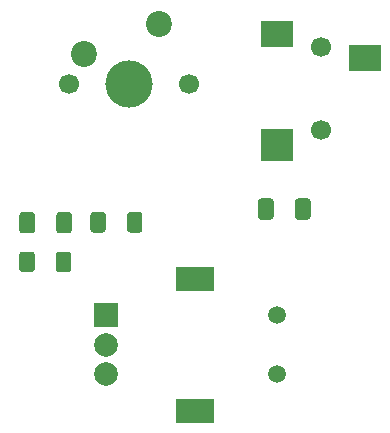
<source format=gbr>
%TF.GenerationSoftware,KiCad,Pcbnew,(5.1.7)-1*%
%TF.CreationDate,2020-10-31T04:10:28-07:00*%
%TF.ProjectId,daughter_board,64617567-6874-4657-925f-626f6172642e,rev?*%
%TF.SameCoordinates,Original*%
%TF.FileFunction,Soldermask,Top*%
%TF.FilePolarity,Negative*%
%FSLAX46Y46*%
G04 Gerber Fmt 4.6, Leading zero omitted, Abs format (unit mm)*
G04 Created by KiCad (PCBNEW (5.1.7)-1) date 2020-10-31 04:10:28*
%MOMM*%
%LPD*%
G01*
G04 APERTURE LIST*
%ADD10R,2.800000X2.200000*%
%ADD11R,2.800000X2.800000*%
%ADD12C,1.700000*%
%ADD13C,2.200000*%
%ADD14C,4.000000*%
%ADD15C,1.500000*%
%ADD16R,3.200000X2.000000*%
%ADD17C,2.000000*%
%ADD18R,2.000000X2.000000*%
G04 APERTURE END LIST*
%TO.C,C1*%
G36*
G01*
X128550001Y-91875002D02*
X128550001Y-90575000D01*
G75*
G02*
X128800000Y-90325001I249999J0D01*
G01*
X129625002Y-90325001D01*
G75*
G02*
X129875001Y-90575000I0J-249999D01*
G01*
X129875001Y-91875002D01*
G75*
G02*
X129625002Y-92125001I-249999J0D01*
G01*
X128800000Y-92125001D01*
G75*
G02*
X128550001Y-91875002I0J249999D01*
G01*
G37*
G36*
G01*
X131675001Y-91875002D02*
X131675001Y-90575000D01*
G75*
G02*
X131925000Y-90325001I249999J0D01*
G01*
X132750002Y-90325001D01*
G75*
G02*
X133000001Y-90575000I0J-249999D01*
G01*
X133000001Y-91875002D01*
G75*
G02*
X132750002Y-92125001I-249999J0D01*
G01*
X131925000Y-92125001D01*
G75*
G02*
X131675001Y-91875002I0J249999D01*
G01*
G37*
%TD*%
%TO.C,C2*%
G36*
G01*
X151875001Y-90725002D02*
X151875001Y-89425000D01*
G75*
G02*
X152125000Y-89175001I249999J0D01*
G01*
X152950002Y-89175001D01*
G75*
G02*
X153200001Y-89425000I0J-249999D01*
G01*
X153200001Y-90725002D01*
G75*
G02*
X152950002Y-90975001I-249999J0D01*
G01*
X152125000Y-90975001D01*
G75*
G02*
X151875001Y-90725002I0J249999D01*
G01*
G37*
G36*
G01*
X148750001Y-90725002D02*
X148750001Y-89425000D01*
G75*
G02*
X149000000Y-89175001I249999J0D01*
G01*
X149825002Y-89175001D01*
G75*
G02*
X150075001Y-89425000I0J-249999D01*
G01*
X150075001Y-90725002D01*
G75*
G02*
X149825002Y-90975001I-249999J0D01*
G01*
X149000000Y-90975001D01*
G75*
G02*
X148750001Y-90725002I0J249999D01*
G01*
G37*
%TD*%
D10*
%TO.C,J1*%
X157795001Y-77275001D03*
X150395001Y-75275001D03*
D11*
X150395001Y-84675001D03*
D12*
X154095001Y-76375001D03*
X154095001Y-83375001D03*
%TD*%
%TO.C,R1*%
G36*
G01*
X134555001Y-91820001D02*
X134555001Y-90570001D01*
G75*
G02*
X134805001Y-90320001I250000J0D01*
G01*
X135605001Y-90320001D01*
G75*
G02*
X135855001Y-90570001I0J-250000D01*
G01*
X135855001Y-91820001D01*
G75*
G02*
X135605001Y-92070001I-250000J0D01*
G01*
X134805001Y-92070001D01*
G75*
G02*
X134555001Y-91820001I0J250000D01*
G01*
G37*
G36*
G01*
X137655001Y-91820001D02*
X137655001Y-90570001D01*
G75*
G02*
X137905001Y-90320001I250000J0D01*
G01*
X138705001Y-90320001D01*
G75*
G02*
X138955001Y-90570001I0J-250000D01*
G01*
X138955001Y-91820001D01*
G75*
G02*
X138705001Y-92070001I-250000J0D01*
G01*
X137905001Y-92070001D01*
G75*
G02*
X137655001Y-91820001I0J250000D01*
G01*
G37*
%TD*%
%TO.C,R2*%
G36*
G01*
X131645001Y-95170001D02*
X131645001Y-93920001D01*
G75*
G02*
X131895001Y-93670001I250000J0D01*
G01*
X132695001Y-93670001D01*
G75*
G02*
X132945001Y-93920001I0J-250000D01*
G01*
X132945001Y-95170001D01*
G75*
G02*
X132695001Y-95420001I-250000J0D01*
G01*
X131895001Y-95420001D01*
G75*
G02*
X131645001Y-95170001I0J250000D01*
G01*
G37*
G36*
G01*
X128545001Y-95170001D02*
X128545001Y-93920001D01*
G75*
G02*
X128795001Y-93670001I250000J0D01*
G01*
X129595001Y-93670001D01*
G75*
G02*
X129845001Y-93920001I0J-250000D01*
G01*
X129845001Y-95170001D01*
G75*
G02*
X129595001Y-95420001I-250000J0D01*
G01*
X128795001Y-95420001D01*
G75*
G02*
X128545001Y-95170001I0J250000D01*
G01*
G37*
%TD*%
D13*
%TO.C,SW1*%
X140410001Y-74370001D03*
X134060001Y-76910001D03*
D14*
X137870001Y-79450001D03*
D12*
X132790001Y-79450001D03*
X142950001Y-79450001D03*
%TD*%
D15*
%TO.C,SW2*%
X150390000Y-104060000D03*
X150390000Y-99060000D03*
D16*
X143390000Y-107160000D03*
X143390000Y-95960000D03*
D17*
X135890000Y-104060000D03*
X135890000Y-101560000D03*
D18*
X135890000Y-99060000D03*
%TD*%
M02*

</source>
